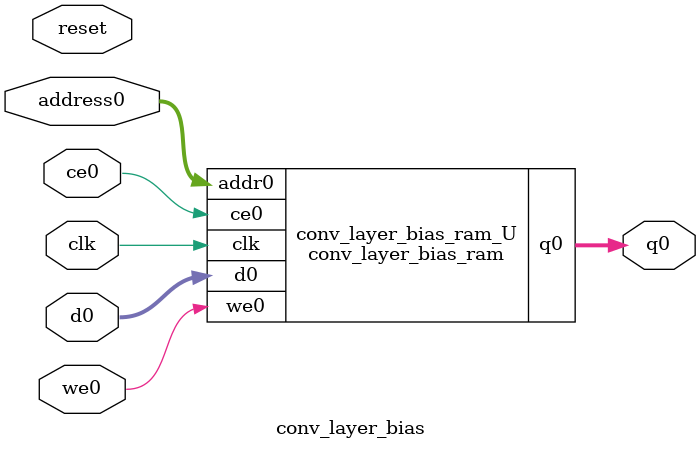
<source format=v>
`timescale 1 ns / 1 ps
module conv_layer_bias_ram (addr0, ce0, d0, we0, q0,  clk);

parameter DWIDTH = 2048;
parameter AWIDTH = 5;
parameter MEM_SIZE = 32;

input[AWIDTH-1:0] addr0;
input ce0;
input[DWIDTH-1:0] d0;
input we0;
output reg[DWIDTH-1:0] q0;
input clk;

(* ram_style = "hls_ultra", cascade_height = 1 *)reg [DWIDTH-1:0] ram[0:MEM_SIZE-1];




always @(posedge clk)  
begin 
    if (ce0) 
    begin
        if (we0) 
        begin 
            ram[addr0] <= d0; 
        end 
        q0 <= ram[addr0];
    end
end


endmodule

`timescale 1 ns / 1 ps
module conv_layer_bias(
    reset,
    clk,
    address0,
    ce0,
    we0,
    d0,
    q0);

parameter DataWidth = 32'd2048;
parameter AddressRange = 32'd32;
parameter AddressWidth = 32'd5;
input reset;
input clk;
input[AddressWidth - 1:0] address0;
input ce0;
input we0;
input[DataWidth - 1:0] d0;
output[DataWidth - 1:0] q0;



conv_layer_bias_ram conv_layer_bias_ram_U(
    .clk( clk ),
    .addr0( address0 ),
    .ce0( ce0 ),
    .we0( we0 ),
    .d0( d0 ),
    .q0( q0 ));

endmodule


</source>
